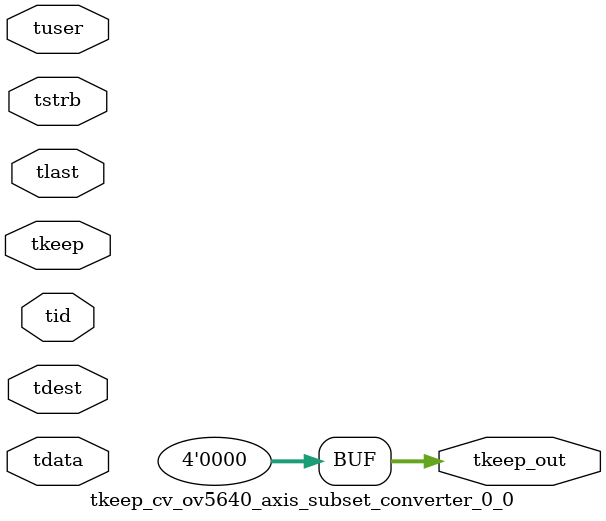
<source format=v>


`timescale 1ps/1ps

module tkeep_cv_ov5640_axis_subset_converter_0_0 #
(
parameter C_S_AXIS_TDATA_WIDTH = 32,
parameter C_S_AXIS_TUSER_WIDTH = 0,
parameter C_S_AXIS_TID_WIDTH   = 0,
parameter C_S_AXIS_TDEST_WIDTH = 0,
parameter C_M_AXIS_TDATA_WIDTH = 32
)
(
input  [(C_S_AXIS_TDATA_WIDTH == 0 ? 1 : C_S_AXIS_TDATA_WIDTH)-1:0     ] tdata,
input  [(C_S_AXIS_TUSER_WIDTH == 0 ? 1 : C_S_AXIS_TUSER_WIDTH)-1:0     ] tuser,
input  [(C_S_AXIS_TID_WIDTH   == 0 ? 1 : C_S_AXIS_TID_WIDTH)-1:0       ] tid,
input  [(C_S_AXIS_TDEST_WIDTH == 0 ? 1 : C_S_AXIS_TDEST_WIDTH)-1:0     ] tdest,
input  [(C_S_AXIS_TDATA_WIDTH/8)-1:0 ] tkeep,
input  [(C_S_AXIS_TDATA_WIDTH/8)-1:0 ] tstrb,
input                                                                    tlast,
output [(C_M_AXIS_TDATA_WIDTH/8)-1:0 ] tkeep_out
);

assign tkeep_out = {1'b0};

endmodule


</source>
